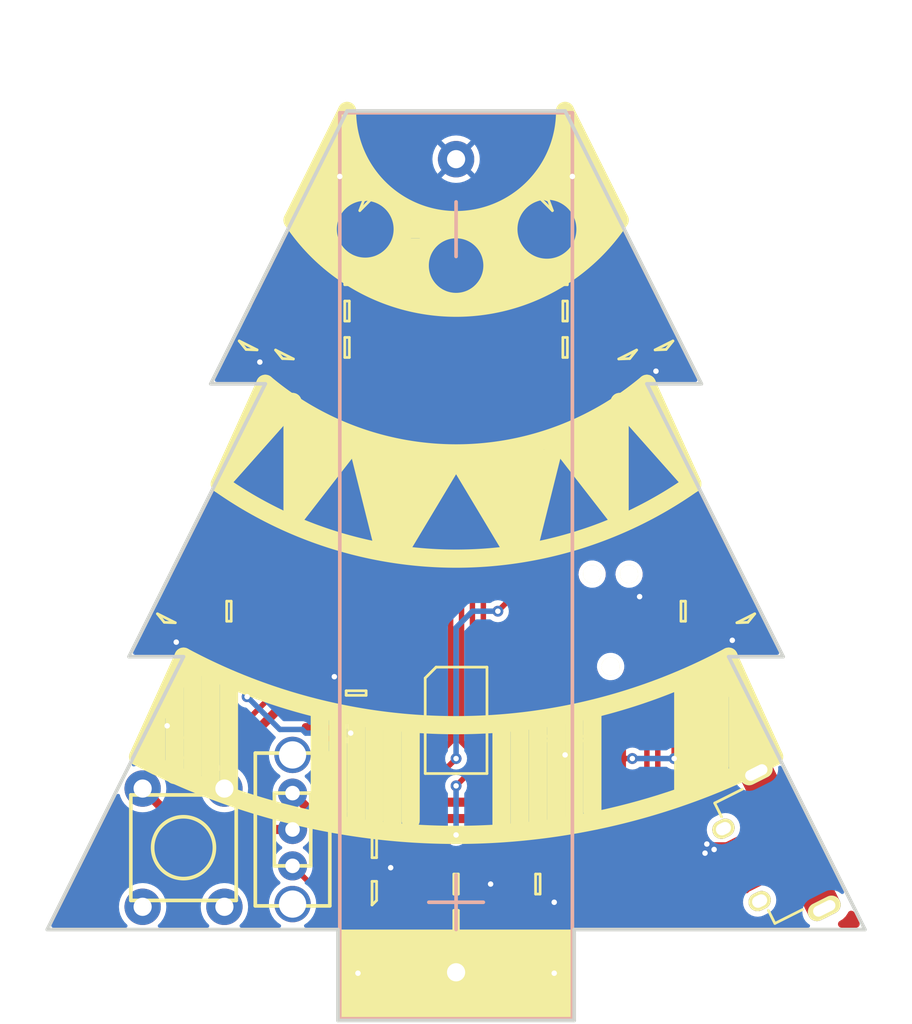
<source format=kicad_pcb>
(kicad_pcb (version 20221018) (generator pcbnew)
  (layers (0 "F.Cu" signal) (31 "B.Cu" signal) (34 "B.Paste" user) (35 "F.Paste" user) (36 "B.SilkS" user "B.Silkscreen") (37 "F.SilkS" user "F.Silkscreen") (38 "B.Mask" user) (39 "F.Mask" user) (44 "Edge.Cuts" user))
  (net 0 "")
  (net 1 "/SWCLK")
  (net 2 "/SWDIO")
  (net 3 "/USB_DP")
  (net 4 "/USB_DM")
  (net 5 "3v3")
  (net 6 "GND")
  (net 7 "/LED8")
  (net 8 "/LED7")
  (net 9 "/LED6")
  (net 10 "/USB_DETECT")
  (net 11 "/LED5")
  (net 12 "/LED4")
  (net 13 "/LED3")
  (net 14 "/LED2")
  (net 15 "/LED1")
  (net 16 "Net-(IC1-Pad4)")
  (net 17 "Net-(IC1-Pad3)")
  (net 18 "Net-(IC1-Pad2)")
  (net 19 "/SWITCH")
  (net 20 "Net-(P1-Pad6)")
  (net 21 "Net-(P1-Pad3)")
  (net 22 "5v")
  (net 23 "/USB_3V3")
  (net 24 "/VBATT")
  (net 25 "Net-(IC3-Pad5)")
  (net 26 "/BATT_3V3")
  (net 27 "Net-(J2-PadS)")
  (net 28 "Net-(J2-Pad4)")
  (net 29 "Net-(D4-Pad2)")
  (net 30 "Net-(D1-Pad2)")
  (net 31 "Net-(D2-Pad2)")
  (net 32 "Net-(D5-Pad2)")
  (net 33 "Net-(D6-Pad2)")
  (net 34 "Net-(D7-Pad2)")
  (net 35 "Net-(D8-Pad2)")
  (net 36 "Net-(D3-Pad2)")
  (footprint "agg:TSSOP-20" (layer "F.Cu") (at 130 118.5)
    (fp_text reference "IC1")
    (fp_text value "STM32F042F6P6")
    (pad "1" smd rect (at -2.875 -2.925) (size 1.35 0.45) (layers "F.Cu" "F.Paste" "F.Mask") (net 19 "/SWITCH"))
    (pad "2" smd rect (at -2.875 -2.275) (size 1.35 0.45) (layers "F.Cu" "F.Paste" "F.Mask") (net 18 "Net-(IC1-Pad2)"))
    (pad "3" smd rect (at -2.875 -1.625) (size 1.35 0.45) (layers "F.Cu" "F.Paste" "F.Mask") (net 17 "Net-(IC1-Pad3)"))
    (pad "4" smd rect (at -2.875 -0.975) (size 1.35 0.45) (layers "F.Cu" "F.Paste" "F.Mask") (net 16 "Net-(IC1-Pad4)"))
    (pad "5" smd rect (at -2.875 -0.325) (size 1.35 0.45) (layers "F.Cu" "F.Paste" "F.Mask") (net 5 "3v3"))
    (pad "6" smd rect (at -2.875 0.325) (size 1.35 0.45) (layers "F.Cu" "F.Paste" "F.Mask") (net 15 "/LED1"))
    (pad "7" smd rect (at -2.875 0.975) (size 1.35 0.45) (layers "F.Cu" "F.Paste" "F.Mask") (net 14 "/LED2"))
    (pad "8" smd rect (at -2.875 1.625) (size 1.35 0.45) (layers "F.Cu" "F.Paste" "F.Mask") (net 13 "/LED3"))
    (pad "9" smd rect (at -2.875 2.275) (size 1.35 0.45) (layers "F.Cu" "F.Paste" "F.Mask") (net 12 "/LED4"))
    (pad "10" smd rect (at -2.875 2.925) (size 1.35 0.45) (layers "F.Cu" "F.Paste" "F.Mask") (net 11 "/LED5"))
    (pad "11" smd rect (at 2.875 2.925) (size 1.35 0.45) (layers "F.Cu" "F.Paste" "F.Mask") (net 10 "/USB_DETECT"))
    (pad "12" smd rect (at 2.875 2.275) (size 1.35 0.45) (layers "F.Cu" "F.Paste" "F.Mask") (net 9 "/LED6"))
    (pad "13" smd rect (at 2.875 1.625) (size 1.35 0.45) (layers "F.Cu" "F.Paste" "F.Mask") (net 8 "/LED7"))
    (pad "14" smd rect (at 2.875 0.975) (size 1.35 0.45) (layers "F.Cu" "F.Paste" "F.Mask") (net 7 "/LED8"))
    (pad "15" smd rect (at 2.875 0.325) (size 1.35 0.45) (layers "F.Cu" "F.Paste" "F.Mask") (net 6 "GND"))
    (pad "16" smd rect (at 2.875 -0.325) (size 1.35 0.45) (layers "F.Cu" "F.Paste" "F.Mask") (net 5 "3v3"))
    (pad "17" smd rect (at 2.875 -0.975) (size 1.35 0.45) (layers "F.Cu" "F.Paste" "F.Mask") (net 4 "/USB_DM"))
    (pad "18" smd rect (at 2.875 -1.625) (size 1.35 0.45) (layers "F.Cu" "F.Paste" "F.Mask") (net 3 "/USB_DP"))
    (pad "19" smd rect (at 2.875 -2.275) (size 1.35 0.45) (layers "F.Cu" "F.Paste" "F.Mask") (net 2 "/SWDIO"))
    (pad "20" smd rect (at 2.875 -2.925) (size 1.35 0.45) (layers "F.Cu" "F.Paste" "F.Mask") (net 1 "/SWCLK"))
  )
  (footprint "agg:TC2030-NL" (layer "F.Cu") (at 138.5 113 90)
    (fp_text reference "P1")
    (fp_text value "SWD_TC")
    (pad "" np_thru_hole circle (at -2.54 0.005 90) (size 1 1) (drill 1) (layers "*.Cu" "*.Mask" "F.SilkS"))
    (pad "" np_thru_hole circle (at 2.54 -1.011 90) (size 1 1) (drill 1) (layers "*.Cu" "*.Mask" "F.SilkS"))
    (pad "" np_thru_hole circle (at 2.54 1.021 90) (size 1 1) (drill 1) (layers "*.Cu" "*.Mask" "F.SilkS"))
    (pad "1" smd circle (at -1.27 0.64 90) (size 0.787 0.787) (layers "F.Cu" "F.Mask") (net 5 "3v3"))
    (pad "2" smd circle (at -1.27 -0.63 90) (size 0.787 0.787) (layers "F.Cu" "F.Mask") (net 2 "/SWDIO"))
    (pad "3" smd circle (at 0 0.64 90) (size 0.787 0.787) (layers "F.Cu" "F.Mask") (net 21 "Net-(P1-Pad3)"))
    (pad "4" smd circle (at 0 -0.63 90) (size 0.787 0.787) (layers "F.Cu" "F.Mask") (net 1 "/SWCLK"))
    (pad "5" smd circle (at 1.27 0.64 90) (size 0.787 0.787) (layers "F.Cu" "F.Mask") (net 6 "GND"))
    (pad "6" smd circle (at 1.27 -0.63 90) (size 0.787 0.787) (layers "F.Cu" "F.Mask") (net 20 "Net-(P1-Pad6)"))
  )
  (footprint "agg:SOT-23" (layer "F.Cu") (at 134.5 130.5 -90)
    (fp_text reference "IC2")
    (fp_text value "MCP1700")
    (pad "1" smd rect (at -1.15 -0.95 270) (size 1 0.6) (layers "F.Cu" "F.Paste" "F.Mask") (net 6 "GND"))
    (pad "2" smd rect (at -1.15 0.95 270) (size 1 0.6) (layers "F.Cu" "F.Paste" "F.Mask") (net 23 "/USB_3V3"))
    (pad "3" smd rect (at 1.15 0 270) (size 1 0.6) (layers "F.Cu" "F.Paste" "F.Mask") (net 22 "5v"))
  )
  (footprint "agg:SC-70-6" (layer "F.Cu") (at 125.5 128 180)
    (fp_text reference "IC3")
    (fp_text value "TLV61225")
    (pad "1" smd rect (at -1.1 -0.65 180) (size 0.95 0.4) (layers "F.Cu" "F.Paste" "F.Mask") (net 24 "/VBATT"))
    (pad "2" smd rect (at -1.1 0 180) (size 0.95 0.4) (layers "F.Cu" "F.Paste" "F.Mask") (net 26 "/BATT_3V3"))
    (pad "3" smd rect (at -1.1 0.65 180) (size 0.95 0.4) (layers "F.Cu" "F.Paste" "F.Mask") (net 6 "GND"))
    (pad "4" smd rect (at 1.1 0.65 180) (size 0.95 0.4) (layers "F.Cu" "F.Paste" "F.Mask") (net 26 "/BATT_3V3"))
    (pad "5" smd rect (at 1.1 0 180) (size 0.95 0.4) (layers "F.Cu" "F.Paste" "F.Mask") (net 25 "Net-(IC3-Pad5)"))
    (pad "6" smd rect (at 1.1 -0.65 180) (size 0.95 0.4) (layers "F.Cu" "F.Paste" "F.Mask") (net 24 "/VBATT"))
  )
  (footprint "agg:MICROUSB_MOLEX_47589-0001" (layer "F.Cu") (at 148.391863 125.102244 116.6)
    (fp_text reference "J2")
    (fp_text value "MICROUSB")
    (pad "" thru_hole oval (at -4.175 0 116.6) (size 1 1.9) (drill oval 0.6 1.3) (layers "*.Cu" "*.Mask" "F.SilkS"))
    (pad "" smd rect (at -3.3875 0 116.6) (size 1.575 1.9) (layers "F.Cu" "F.Paste" "F.Mask"))
    (pad "" thru_hole oval (at -2.224999 -3 116.6) (size 1 1.25) (drill oval 0.65 0.85) (layers "*.Cu" "*.Mask" "F.SilkS"))
    (pad "" smd rect (at -1.15 0 116.6) (size 1.8 1.9) (layers "F.Cu" "F.Paste" "F.Mask"))
    (pad "" smd rect (at 1.15 0 116.6) (size 1.8 1.9) (layers "F.Cu" "F.Paste" "F.Mask"))
    (pad "" smd rect (at 3.3875 0 116.6) (size 1.575 1.9) (layers "F.Cu" "F.Paste" "F.Mask"))
    (pad "" thru_hole oval (at 4.175 0 116.6) (size 1 1.9) (drill oval 0.6 1.3) (layers "*.Cu" "*.Mask" "F.SilkS"))
    (pad "1" smd rect (at -1.3 -2.675 116.6) (size 0.4 1.35) (layers "F.Cu" "F.Paste" "F.Mask") (net 22 "5v"))
    (pad "2" smd rect (at -0.65 -2.675 116.6) (size 0.4 1.35) (layers "F.Cu" "F.Paste" "F.Mask") (net 4 "/USB_DM"))
    (pad "3" smd rect (at 0 -2.675001 116.6) (size 0.4 1.35) (layers "F.Cu" "F.Paste" "F.Mask") (net 3 "/USB_DP"))
    (pad "4" smd rect (at 0.65 -2.675 116.6) (size 0.4 1.35) (layers "F.Cu" "F.Paste" "F.Mask") (net 28 "Net-(J2-Pad4)"))
    (pad "5" smd rect (at 1.3 -2.675 116.6) (size 0.4 1.35) (layers "F.Cu" "F.Paste" "F.Mask") (net 6 "GND"))
    (pad "S" thru_hole oval (at 2.225 -3 116.6) (size 1 1.25) (drill oval 0.65 0.85) (layers "*.Cu" "*.Mask" "F.SilkS") (net 27 "Net-(J2-PadS)"))
  )
  (footprint "agg:2016M" (layer "F.Cu") (at 125.5 131 180)
    (fp_text reference "L1")
    (fp_text value "4µ7")
    (pad "1" smd rect (at -0.75 0 180) (size 0.8 1.7) (layers "F.Cu" "F.Paste" "F.Mask") (net 24 "/VBATT"))
    (pad "2" smd rect (at 0.75 0 180) (size 0.8 1.7) (layers "F.Cu" "F.Paste" "F.Mask") (net 25 "Net-(IC3-Pad5)"))
  )
  (footprint "agg:0805-LED" (layer "F.Cu") (at 125 90 -45)
    (fp_text reference "D4")
    (fp_text value "LED")
    (pad "1" smd rect (at -0.9 0 315) (size 1.15 1.45) (layers "F.Cu" "F.Paste" "F.Mask") (net 6 "GND"))
    (pad "2" smd rect (at 0.9 0 315) (size 1.15 1.45) (layers "F.Cu" "F.Paste" "F.Mask") (net 29 "Net-(D4-Pad2)"))
  )
  (footprint "agg:0805-LED" (layer "F.Cu") (at 114 113 63.4)
    (fp_text reference "D1")
    (fp_text value "LED")
    (pad "1" smd rect (at -0.9 0 63.4) (size 1.15 1.45) (layers "F.Cu" "F.Paste" "F.Mask") (net 6 "GND"))
    (pad "2" smd rect (at 0.9 0 63.4) (size 1.15 1.45) (layers "F.Cu" "F.Paste" "F.Mask") (net 30 "Net-(D1-Pad2)"))
  )
  (footprint "agg:0805-LED" (layer "F.Cu") (at 120.5 98.5 63.4)
    (fp_text reference "D2")
    (fp_text value "LED")
    (pad "1" smd rect (at -0.9 0 63.4) (size 1.15 1.45) (layers "F.Cu" "F.Paste" "F.Mask") (net 6 "GND"))
    (pad "2" smd rect (at 0.9 0 63.4) (size 1.15 1.45) (layers "F.Cu" "F.Paste" "F.Mask") (net 31 "Net-(D2-Pad2)"))
  )
  (footprint "agg:0805-LED" (layer "F.Cu") (at 146 113 116.6)
    (fp_text reference "D5")
    (fp_text value "LED")
    (pad "1" smd rect (at -0.9 0 116.6) (size 1.15 1.45) (layers "F.Cu" "F.Paste" "F.Mask") (net 6 "GND"))
    (pad "2" smd rect (at 0.9 0 116.6) (size 1.15 1.45) (layers "F.Cu" "F.Paste" "F.Mask") (net 32 "Net-(D5-Pad2)"))
  )
  (footprint "agg:0805-LED" (layer "F.Cu") (at 135 90 -135)
    (fp_text reference "D6")
    (fp_text value "LED")
    (pad "1" smd rect (at -0.9 0 225) (size 1.15 1.45) (layers "F.Cu" "F.Paste" "F.Mask") (net 6 "GND"))
    (pad "2" smd rect (at 0.9 0 225) (size 1.15 1.45) (layers "F.Cu" "F.Paste" "F.Mask") (net 33 "Net-(D6-Pad2)"))
  )
  (footprint "agg:0805-LED" (layer "F.Cu") (at 141.5 98 116.6)
    (fp_text reference "D7")
    (fp_text value "LED")
    (pad "1" smd rect (at -0.9 0 116.6) (size 1.15 1.45) (layers "F.Cu" "F.Paste" "F.Mask") (net 6 "GND"))
    (pad "2" smd rect (at 0.9 0 116.6) (size 1.15 1.45) (layers "F.Cu" "F.Paste" "F.Mask") (net 34 "Net-(D7-Pad2)"))
  )
  (footprint "agg:0805-LED" (layer "F.Cu") (at 139.5 98.5 116.6)
    (fp_text reference "D8")
    (fp_text value "LED")
    (pad "1" smd rect (at -0.9 0 116.6) (size 1.15 1.45) (layers "F.Cu" "F.Paste" "F.Mask") (net 6 "GND"))
    (pad "2" smd rect (at 0.9 0 116.6) (size 1.15 1.45) (layers "F.Cu" "F.Paste" "F.Mask") (net 35 "Net-(D8-Pad2)"))
  )
  (footprint "agg:0805-LED" (layer "F.Cu") (at 118.5 98 63.4)
    (fp_text reference "D3")
    (fp_text value "LED")
    (pad "1" smd rect (at -0.9 0 63.4) (size 1.15 1.45) (layers "F.Cu" "F.Paste" "F.Mask") (net 6 "GND"))
    (pad "2" smd rect (at 0.9 0 63.4) (size 1.15 1.45) (layers "F.Cu" "F.Paste" "F.Mask") (net 36 "Net-(D3-Pad2)"))
  )
  (footprint "agg:0805" (layer "F.Cu") (at 135 119.5 90)
    (fp_text reference "C2")
    (fp_text value "100n")
    (pad "1" smd rect (at -0.9 0 90) (size 1.15 1.45) (layers "F.Cu" "F.Paste" "F.Mask") (net 6 "GND"))
    (pad "2" smd rect (at 0.9 0 90) (size 1.15 1.45) (layers "F.Cu" "F.Paste" "F.Mask") (net 5 "3v3"))
  )
  (footprint "agg:0805" (layer "F.Cu") (at 137 119.5 90)
    (fp_text reference "C1")
    (fp_text value "10µ")
    (pad "1" smd rect (at -0.9 0 90) (size 1.15 1.45) (layers "F.Cu" "F.Paste" "F.Mask") (net 6 "GND"))
    (pad "2" smd rect (at 0.9 0 90) (size 1.15 1.45) (layers "F.Cu" "F.Paste" "F.Mask") (net 5 "3v3"))
  )
  (footprint "agg:0805" (layer "F.Cu") (at 124.5 117 -90)
    (fp_text reference "C3")
    (fp_text value "100n")
    (pad "1" smd rect (at -0.9 0 270) (size 1.15 1.45) (layers "F.Cu" "F.Paste" "F.Mask") (net 6 "GND"))
    (pad "2" smd rect (at 0.9 0 270) (size 1.15 1.45) (layers "F.Cu" "F.Paste" "F.Mask") (net 5 "3v3"))
  )
  (footprint "agg:0805" (layer "F.Cu") (at 125.5 133.5 180)
    (fp_text reference "C4")
    (fp_text value "10µ")
    (pad "1" smd rect (at -0.9 0 180) (size 1.15 1.45) (layers "F.Cu" "F.Paste" "F.Mask") (net 24 "/VBATT"))
    (pad "2" smd rect (at 0.9 0 180) (size 1.15 1.45) (layers "F.Cu" "F.Paste" "F.Mask") (net 6 "GND"))
  )
  (footprint "agg:0805" (layer "F.Cu") (at 134.5 133.5)
    (fp_text reference "C5")
    (fp_text value "1µ")
    (pad "1" smd rect (at -0.9 0) (size 1.15 1.45) (layers "F.Cu" "F.Paste" "F.Mask") (net 22 "5v"))
    (pad "2" smd rect (at 0.9 0) (size 1.15 1.45) (layers "F.Cu" "F.Paste" "F.Mask") (net 6 "GND"))
  )
  (footprint "agg:0805" (layer "F.Cu") (at 134.5 127.5)
    (fp_text reference "C6")
    (fp_text value "1µ")
    (pad "1" smd rect (at -0.9 0) (size 1.15 1.45) (layers "F.Cu" "F.Paste" "F.Mask") (net 23 "/USB_3V3"))
    (pad "2" smd rect (at 0.9 0) (size 1.15 1.45) (layers "F.Cu" "F.Paste" "F.Mask") (net 6 "GND"))
  )
  (footprint "agg:0805" (layer "F.Cu") (at 125.5 125.5)
    (fp_text reference "C7")
    (fp_text value "10µ")
    (pad "1" smd rect (at -0.9 0) (size 1.15 1.45) (layers "F.Cu" "F.Paste" "F.Mask") (net 26 "/BATT_3V3"))
    (pad "2" smd rect (at 0.9 0) (size 1.15 1.45) (layers "F.Cu" "F.Paste" "F.Mask") (net 6 "GND"))
  )
  (footprint "agg:0805" (layer "F.Cu") (at 115 120 180)
    (fp_text reference "R1")
    (fp_text value "10k")
    (pad "1" smd rect (at -0.9 0 180) (size 1.15 1.45) (layers "F.Cu" "F.Paste" "F.Mask") (net 19 "/SWITCH"))
    (pad "2" smd rect (at 0.9 0 180) (size 1.15 1.45) (layers "F.Cu" "F.Paste" "F.Mask") (net 6 "GND"))
  )
  (footprint "agg:0805" (layer "F.Cu") (at 130 129.5 180)
    (fp_text reference "R2")
    (fp_text value "10k")
    (pad "1" smd rect (at -0.9 0 180) (size 1.15 1.45) (layers "F.Cu" "F.Paste" "F.Mask") (net 22 "5v"))
    (pad "2" smd rect (at 0.9 0 180) (size 1.15 1.45) (layers "F.Cu" "F.Paste" "F.Mask") (net 10 "/USB_DETECT"))
  )
  (footprint "agg:0805" (layer "F.Cu") (at 136 98)
    (fp_text reference "R11")
    (fp_text value "R")
    (pad "1" smd rect (at -0.9 0) (size 1.15 1.45) (layers "F.Cu" "F.Paste" "F.Mask") (net 7 "/LED8"))
    (pad "2" smd rect (at 0.9 0) (size 1.15 1.45) (layers "F.Cu" "F.Paste" "F.Mask") (net 35 "Net-(D8-Pad2)"))
  )
  (footprint "agg:0805" (layer "F.Cu") (at 136 96)
    (fp_text reference "R10")
    (fp_text value "R")
    (pad "1" smd rect (at -0.9 0) (size 1.15 1.45) (layers "F.Cu" "F.Paste" "F.Mask") (net 8 "/LED7"))
    (pad "2" smd rect (at 0.9 0) (size 1.15 1.45) (layers "F.Cu" "F.Paste" "F.Mask") (net 34 "Net-(D7-Pad2)"))
  )
  (footprint "agg:0805" (layer "F.Cu") (at 136 94)
    (fp_text reference "R9")
    (fp_text value "R")
    (pad "1" smd rect (at -0.9 0) (size 1.15 1.45) (layers "F.Cu" "F.Paste" "F.Mask") (net 9 "/LED6"))
    (pad "2" smd rect (at 0.9 0) (size 1.15 1.45) (layers "F.Cu" "F.Paste" "F.Mask") (net 33 "Net-(D6-Pad2)"))
  )
  (footprint "agg:0805" (layer "F.Cu") (at 142.5 112.5)
    (fp_text reference "R8")
    (fp_text value "R")
    (pad "1" smd rect (at -0.9 0) (size 1.15 1.45) (layers "F.Cu" "F.Paste" "F.Mask") (net 11 "/LED5"))
    (pad "2" smd rect (at 0.9 0) (size 1.15 1.45) (layers "F.Cu" "F.Paste" "F.Mask") (net 32 "Net-(D5-Pad2)"))
  )
  (footprint "agg:0805" (layer "F.Cu") (at 124 94 180)
    (fp_text reference "R7")
    (fp_text value "R")
    (pad "1" smd rect (at -0.9 0 180) (size 1.15 1.45) (layers "F.Cu" "F.Paste" "F.Mask") (net 12 "/LED4"))
    (pad "2" smd rect (at 0.9 0 180) (size 1.15 1.45) (layers "F.Cu" "F.Paste" "F.Mask") (net 29 "Net-(D4-Pad2)"))
  )
  (footprint "agg:0805" (layer "F.Cu") (at 124 96 180)
    (fp_text reference "R6")
    (fp_text value "R")
    (pad "1" smd rect (at -0.9 0 180) (size 1.15 1.45) (layers "F.Cu" "F.Paste" "F.Mask") (net 13 "/LED3"))
    (pad "2" smd rect (at 0.9 0 180) (size 1.15 1.45) (layers "F.Cu" "F.Paste" "F.Mask") (net 36 "Net-(D3-Pad2)"))
  )
  (footprint "agg:0805" (layer "F.Cu") (at 117.5 112.5 180)
    (fp_text reference "R4")
    (fp_text value "R")
    (pad "1" smd rect (at -0.9 0 180) (size 1.15 1.45) (layers "F.Cu" "F.Paste" "F.Mask") (net 15 "/LED1"))
    (pad "2" smd rect (at 0.9 0 180) (size 1.15 1.45) (layers "F.Cu" "F.Paste" "F.Mask") (net 30 "Net-(D1-Pad2)"))
  )
  (footprint "agg:0805" (layer "F.Cu") (at 124 98 180)
    (fp_text reference "R5")
    (fp_text value "R")
    (pad "1" smd rect (at -0.9 0 180) (size 1.15 1.45) (layers "F.Cu" "F.Paste" "F.Mask") (net 14 "/LED2"))
    (pad "2" smd rect (at 0.9 0 180) (size 1.15 1.45) (layers "F.Cu" "F.Paste" "F.Mask") (net 31 "Net-(D2-Pad2)"))
  )
  (footprint "agg:0805" (layer "F.Cu") (at 130 127.5)
    (fp_text reference "R3")
    (fp_text value "10k")
    (pad "1" smd rect (at -0.9 0) (size 1.15 1.45) (layers "F.Cu" "F.Paste" "F.Mask") (net 10 "/USB_DETECT"))
    (pad "2" smd rect (at 0.9 0) (size 1.15 1.45) (layers "F.Cu" "F.Paste" "F.Mask") (net 6 "GND"))
  )
  (footprint "agg:SPDT_SWITCH" (layer "F.Cu") (at 121 124.5 90)
    (fp_text reference "SW2")
    (fp_text value "PWR_SWITCH")
    (pad "" thru_hole circle (at -4.1 0 90) (size 2 2) (drill 1.5) (layers "*.Cu" "*.Mask"))
    (pad "" thru_hole circle (at 4.1 0 90) (size 2 2) (drill 1.5) (layers "*.Cu" "*.Mask"))
    (pad "1" thru_hole circle (at -2 0 90) (size 1.6 1.6) (drill 0.8) (layers "*.Cu" "*.Mask") (net 26 "/BATT_3V3"))
    (pad "2" thru_hole circle (at 0 0 90) (size 1.6 1.6) (drill 0.8) (layers "*.Cu" "*.Mask") (net 5 "3v3"))
    (pad "3" thru_hole circle (at 2 0 90) (size 1.6 1.6) (drill 0.8) (layers "*.Cu" "*.Mask") (net 23 "/USB_3V3"))
  )
  (footprint "agg:MOM_SWITCH" (layer "F.Cu") (at 115 125.5 90)
    (fp_text reference "SW1")
    (fp_text value "BOOTLOAD")
    (pad "" thru_hole circle (at -3.25 -2.25 90) (size 2 2) (drill 1) (layers "*.Cu" "*.Mask"))
    (pad "" thru_hole circle (at -3.25 2.25 90) (size 2 2) (drill 1) (layers "*.Cu" "*.Mask"))
    (pad "1" thru_hole circle (at 3.25 -2.25 90) (size 2 2) (drill 1) (layers "*.Cu" "*.Mask") (net 5 "3v3"))
    (pad "2" thru_hole circle (at 3.25 2.25 90) (size 2 2) (drill 1) (layers "*.Cu" "*.Mask") (net 19 "/SWITCH"))
  )
  (footprint "agg:AAA_HOLDER" (layer "B.Cu") (at 130 110 -90)
    (fp_text reference "J1")
    (fp_text value "BATT")
    (pad "1" thru_hole circle locked (at -22.35 0 270) (size 2 2) (drill 1) (layers "*.Cu" "*.Mask") (net 6 "GND"))
    (pad "2" thru_hole circle locked (at 22.35 0 270) (size 2 2) (drill 1) (layers "*.Cu" "*.Mask") (net 24 "/VBATT"))
  )
  (gr_line (start 128 93.5) (end 126.5 93.5) (stroke (width 1)) (layer "F.SilkS"))
  (gr_line (start 122 102.5) (end 122.5 105) (stroke (width 1)) (layer "F.SilkS"))
  (gr_line (start 139 107.5) (end 139 101) (stroke (width 1)) (layer "F.SilkS"))
  (gr_line (start 143 105.5) (end 140.5 100) (stroke (width 1)) (layer "F.SilkS"))
  (gr_line (start 134 104.5) (end 133 105) (stroke (width 1)) (layer "F.SilkS"))
  (gr_line (start 132 95) (end 135 94) (stroke (width 1)) (layer "F.SilkS"))
  (gr_line (start 122.5 102.5) (end 123 103.5) (stroke (width 1)) (layer "F.SilkS"))
  (gr_line (start 143.5 116.5) (end 143.5 121.5) (stroke (width 1)) (layer "F.SilkS"))
  (gr_line (start 132.5 91.5) (end 131.5 91.5) (stroke (width 1)) (layer "F.SilkS"))
  (gr_line (start 146 119) (end 146 120.5) (stroke (width 1)) (layer "F.SilkS"))
  (gr_line (start 130 104) (end 134 109) (stroke (width 1)) (layer "F.SilkS"))
  (gr_line (start 125.5 103.5) (end 126.5 107.5) (stroke (width 1)) (layer "F.SilkS"))
  (gr_line (start 136 85) (end 139 91) (stroke (width 1)) (layer "F.SilkS"))
  (gr_line (start 123.5 118.5) (end 123.5 123.5) (stroke (width 1)) (layer "F.SilkS"))
  (gr_line (start 138 104) (end 138 103) (stroke (width 1)) (layer "F.SilkS"))
  (gr_line (start 122.5 92) (end 122 91) (stroke (width 1)) (layer "F.SilkS"))
  (gr_line (start 145.5 121) (end 145.5 117) (stroke (width 1)) (layer "F.SilkS"))
  (gr_line (start 138.5 106) (end 138.5 102.5) (stroke (width 1)) (layer "F.SilkS"))
  (gr_line (start 130 104) (end 133 109) (stroke (width 1)) (layer "F.SilkS"))
  (gr_line (start 123 103.5) (end 123.5 103) (stroke (width 1)) (layer "F.SilkS"))
  (gr_line (start 127 95) (end 128 95) (stroke (width 1)) (layer "F.SilkS"))
  (gr_line (start 123.5 123.5) (end 123.5 124) (stroke (width 1)) (layer "F.SilkS"))
  (gr_line (start 142.5 116.5) (end 142.5 122.5) (stroke (width 1)) (layer "F.SilkS"))
  (gr_line (start 122.5 118) (end 122.5 123.5) (stroke (width 1)) (layer "F.SilkS"))
  (gr_line (start 118.5 103) (end 120 101) (stroke (width 1)) (layer "F.SilkS"))
  (gr_line (start 137.5 92) (end 138 91) (stroke (width 1)) (layer "F.SilkS"))
  (gr_line (start 117.5 116.5) (end 117.5 122.5) (stroke (width 1)) (layer "F.SilkS"))
  (gr_line (start 128.5 91.5) (end 127.5 91.5) (stroke (width 1)) (layer "F.SilkS"))
  (gr_line (start 125.5 94) (end 127.5 94) (stroke (width 1)) (layer "F.SilkS"))
  (gr_line (start 129 104.5) (end 126 104) (stroke (width 1)) (layer "F.SilkS"))
  (gr_line (start 124.5 89) (end 123.5 88.5) (stroke (width 1)) (layer "F.SilkS"))
  (gr_line (start 131.5 91.5) (end 132 92) (stroke (width 1)) (layer "F.SilkS"))
  (gr_line (start 121 107.5) (end 121 101) (stroke (width 1)) (layer "F.SilkS"))
  (gr_line (start 144 116) (end 144 121.5) (stroke (width 1)) (layer "F.SilkS"))
  (gr_line (start 132.5 119) (end 132.5 124.5) (stroke (width 1)) (layer "F.SilkS"))
  (gr_line (start 121.5 102) (end 121.5 106) (stroke (width 1)) (layer "F.SilkS"))
  (gr_line (start 126 94.5) (end 128 94.5) (stroke (width 1)) (layer "F.SilkS"))
  (gr_line (start 114.5 116.5) (end 115 116) (stroke (width 1)) (layer "F.SilkS"))
  (gr_line (start 134.5 104) (end 131.5 104.5) (stroke (width 1)) (layer "F.SilkS"))
  (gr_line (start 127 106.5) (end 128 105) (stroke (width 1)) (layer "F.SilkS"))
  (gr_line (start 127.5 119) (end 127.5 124) (stroke (width 1)) (layer "F.SilkS"))
  (gr_line (start 135.5 103) (end 139 107.5) (stroke (width 1)) (layer "F.SilkS"))
  (gr_arc (start 136 85) (mid 130 91) (end 124 85) (stroke (width 1)) (layer "F.SilkS"))
  (gr_line (start 114.5 121.5) (end 114.5 116.5) (stroke (width 1)) (layer "F.SilkS"))
  (gr_line (start 135 89) (end 137 89.5) (stroke (width 1)) (layer "F.SilkS"))
  (gr_line (start 128 93) (end 127 93) (stroke (width 1)) (layer "F.SilkS"))
  (gr_line (start 139 101) (end 143 105.5) (stroke (width 1)) (layer "F.SilkS"))
  (gr_arc (start 140.5 100) (mid 130 103.824828) (end 119.5 100) (stroke (width 1)) (layer "F.SilkS"))
  (gr_line (start 136.5 124) (end 136.5 118.5) (stroke (width 1)) (layer "F.SilkS"))
  (gr_line (start 126 109) (end 124.5 103) (stroke (width 1)) (layer "F.SilkS"))
  (gr_line (start 136 87) (end 135 89) (stroke (width 1)) (layer "F.SilkS"))
  (gr_line (start 130 104) (end 126 109) (stroke (width 1)) (layer "F.SilkS"))
  (gr_line (start 126.5 107.5) (end 129 104.5) (stroke (width 1)) (layer "F.SilkS"))
  (gr_line (start 124.5 118.5) (end 124.5 124) (stroke (width 1)) (layer "F.SilkS"))
  (gr_line (start 132.5 94) (end 133 93.5) (stroke (width 1)) (layer "F.SilkS"))
  (gr_line (start 130 104) (end 127 109) (stroke (width 1)) (layer "F.SilkS"))
  (gr_line (start 133.5 106) (end 134 104.5) (stroke (width 1)) (layer "F.SilkS"))
  (gr_line (start 126.5 124.5) (end 126.5 119) (stroke (width 1)) (layer "F.SilkS"))
  (gr_line (start 128 105) (end 127 105) (stroke (width 1)) (layer "F.SilkS"))
  (gr_line (start 124 87) (end 124.5 89) (stroke (width 1)) (layer "F.SilkS"))
  (gr_line (start 143 122) (end 143 116.5) (stroke (width 1)) (layer "F.SilkS"))
  (gr_line (start 128 92.5) (end 127.5 92.5) (stroke (width 1)) (layer "F.SilkS"))
  (gr_line (start 117 105.5) (end 119.5 100) (stroke (width 1)) (layer "F.SilkS"))
  (gr_line (start 123.5 88.5) (end 123.5 89.5) (stroke (width 1)) (layer "F.SilkS"))
  (gr_circle (center 135 91.5) (end 136.5 93) (stroke (width 1)) (fill none) (layer "F.SilkS"))
  (gr_line (start 138 91) (end 136 87) (stroke (width 1)) (layer "F.SilkS"))
  (gr_line (start 145 115) (end 147.5 120.5) (stroke (width 1)) (layer "F.SilkS"))
  (gr_arc (start 143 105.5) (mid 130 109.610838) (end 117 105.5) (stroke (width 1)) (layer "F.SilkS"))
  (gr_line (start 135.5 118.5) (end 135.5 124) (stroke (width 1)) (layer "F.SilkS"))
  (gr_line (start 138.5 102.5) (end 137 103) (stroke (width 1)) (layer "F.SilkS"))
  (gr_line (start 137.5 118) (end 137.5 123.5) (stroke (width 1)) (layer "F.SilkS"))
  (gr_line (start 116.5 122) (end 116.5 116) (stroke (width 1)) (layer "F.SilkS"))
  (gr_line (start 134 107.5) (end 134.5 104) (stroke (width 1)) (layer "F.SilkS"))
  (gr_line (start 126 104) (end 127 106.5) (stroke (width 1)) (layer "F.SilkS"))
  (gr_line (start 121.5 106) (end 122 102.5) (stroke (width 1)) (layer "F.SilkS"))
  (gr_line (start 133.5 119) (end 133.5 124.5) (stroke (width 1)) (layer "F.SilkS"))
  (gr_line (start 134.5 124.5) (end 134.5 118.5) (stroke (width 1)) (layer "F.SilkS"))
  (gr_line (start 122 91) (end 124 87) (stroke (width 1)) (layer "F.SilkS"))
  (gr_line (start 125.5 118.5) (end 125.5 124) (stroke (width 1)) (layer "F.SilkS"))
  (gr_line (start 146 118.5) (end 147 120.5) (stroke (width 1)) (layer "F.SilkS"))
  (gr_line (start 132.5 94.5) (end 133.5 94) (stroke (width 1)) (layer "F.SilkS"))
  (gr_line (start 122.5 105) (end 122.5 102.5) (stroke (width 1)) (layer "F.SilkS"))
  (gr_line (start 136.5 103) (end 138.5 106) (stroke (width 1)) (layer "F.SilkS"))
  (gr_circle (center 130 93.5) (end 130 91.5) (stroke (width 1)) (fill none) (layer "F.SilkS"))
  (gr_line (start 137 103) (end 138 104) (stroke (width 1)) (layer "F.SilkS"))
  (gr_line (start 145.5 117) (end 145 116.5) (stroke (width 1)) (layer "F.SilkS"))
  (gr_arc (start 147.5 120.5) (mid 130 124.795502) (end 112.5 120.5) (stroke (width 1)) (layer "F.SilkS"))
  (gr_line (start 113.5 118.5) (end 113.5 121) (stroke (width 1)) (layer "F.SilkS"))
  (gr_line (start 115.5 115.5) (end 115.5 121.5) (stroke (width 1)) (layer "F.SilkS"))
  (gr_arc (start 139 91) (mid 130 95.816654) (end 121 91) (stroke (width 1)) (layer "F.SilkS"))
  (gr_line (start 144.5 115.5) (end 144.5 121.5) (stroke (width 1)) (layer "F.SilkS"))
  (gr_line (start 121 101) (end 117 105.5) (stroke (width 1)) (layer "F.SilkS"))
  (gr_line (start 134 109) (end 135.5 103) (stroke (width 1)) (layer "F.SilkS"))
  (gr_line (start 112.5 120.5) (end 115 115) (stroke (width 1)) (layer "F.SilkS"))
  (gr_circle (center 125 91.5) (end 125.5 89.5) (stroke (width 1)) (fill none) (layer "F.SilkS"))
  (gr_line (start 141.5 103) (end 140 101) (stroke (width 1)) (layer "F.SilkS"))
  (gr_line (start 137 89.5) (end 136 88.5) (stroke (width 1)) (layer "F.SilkS"))
  (gr_line (start 121 91) (end 124 85) (stroke (width 1)) (layer "F.SilkS"))
  (gr_line (start 124.5 103) (end 121 107.5) (stroke (width 1)) (layer "F.SilkS"))
  (gr_line (start 123.5 103.5) (end 123 104) (stroke (width 1)) (layer "F.SilkS"))
  (gr_arc (start 145 115) (mid 130 118.76476) (end 115 115) (stroke (width 1)) (layer "F.SilkS"))
  (gr_line (start 133 93.5) (end 132.5 91.5) (stroke (width 1)) (layer "F.SilkS"))
  (gr_line (start 131.5 104.5) (end 133.5 106) (stroke (width 1)) (layer "F.SilkS"))
  (gr_line (start 131 104.5) (end 134 107.5) (stroke (width 1)) (layer "F.SilkS"))
  (gr_line (start 123.5 135) (end 123.5 130) (stroke (width 0.2)) (layer "Edge.Cuts"))
  (gr_line (start 119.5 100) (end 116.5 100) (stroke (width 0.2)) (layer "Edge.Cuts"))
  (gr_line (start 136 85) (end 143.5 100) (stroke (width 0.2)) (layer "Edge.Cuts"))
  (gr_line (start 112 115) (end 119.5 100) (stroke (width 0.2)) (layer "Edge.Cuts"))
  (gr_line (start 107.5 130) (end 115 115) (stroke (width 0.2)) (layer "Edge.Cuts"))
  (gr_line (start 116.5 100) (end 124 85) (stroke (width 0.2)) (layer "Edge.Cuts"))
  (gr_line (start 140.5 100) (end 148 115) (stroke (width 0.2)) (layer "Edge.Cuts"))
  (gr_line (start 148 115) (end 145 115) (stroke (width 0.2)) (layer "Edge.Cuts"))
  (gr_line (start 123.5 135) (end 136.5 135) (stroke (width 0.2)) (layer "Edge.Cuts"))
  (gr_line (start 136.5 135) (end 136.5 130) (stroke (width 0.2)) (layer "Edge.Cuts"))
  (gr_line (start 123.5 130) (end 107.5 130) (stroke (width 0.2)) (layer "Edge.Cuts"))
  (gr_line (start 152.5 130) (end 136.5 130) (stroke (width 0.2)) (layer "Edge.Cuts"))
  (gr_line (start 115 115) (end 112 115) (stroke (width 0.2)) (layer "Edge.Cuts"))
  (gr_line (start 145 115) (end 152.5 130) (stroke (width 0.2)) (layer "Edge.Cuts"))
  (gr_line (start 143.5 100) (end 140.5 100) (stroke (width 0.2)) (layer "Edge.Cuts"))
  (gr_line (start 124 85) (end 136 85) (stroke (width 0.2)) (layer "Edge.Cuts"))
  (segment (start 132.875 115.575) (end 135.295 115.575) (width 0.3) (layer "F.Cu") (net 1))
  (segment (start 135.295 115.575) (end 137.87 113) (width 0.3) (layer "F.Cu") (net 1))
  (segment (start 132.875 116.225) (end 135.915 116.225) (width 0.3) (layer "F.Cu") (net 2))
  (segment (start 135.915 116.225) (end 137.87 114.27) (width 0.3) (layer "F.Cu") (net 2))
  (segment (start 132.875 116.875) (end 139.275 116.875) (width 0.3) (layer "F.Cu") (net 3))
  (segment (start 139.275 116.875) (end 141.1 118.7) (width 0.3) (layer "F.Cu") (net 3))
  (segment (start 142.5 126.7) (end 143.575 126.7) (width 0.3) (layer "F.Cu") (net 3))
  (segment (start 141.1 118.7) (end 141.1 125.3) (width 0.3) (layer "F.Cu") (net 3))
  (segment (start 146 126.3) (end 145.8 126.3) (width 0.2) (layer "F.Cu") (net 3))
  (segment (start 145.4 126.7) (end 143.575 126.7) (width 0.3) (layer "F.Cu") (net 3))
  (segment (start 141.1 125.3) (end 142.5 126.7) (width 0.3) (layer "F.Cu") (net 3))
  (segment (start 145.8 126.3) (end 145.4 126.7) (width 0.2) (layer "F.Cu") (net 3))
  (segment (start 132.875 117.525) (end 133.85 117.525) (width 0.3) (layer "F.Cu") (net 4))
  (segment (start 145.7 127.3) (end 143.680012 127.3) (width 0.3) (layer "F.Cu") (net 4))
  (segment (start 146.1188 126.8812) (end 145.7 127.3) (width 0.2) (layer "F.Cu") (net 4))
  (segment (start 140.5 125.5) (end 142.3 127.3) (width 0.3) (layer "F.Cu") (net 4))
  (segment (start 140.5 119) (end 140.5 125.5) (width 0.3) (layer "F.Cu") (net 4))
  (segment (start 139 117.5) (end 140.5 119) (width 0.3) (layer "F.Cu") (net 4))
  (segment (start 142.3 127.3) (end 143.680012 127.3) (width 0.3) (layer "F.Cu") (net 4))
  (segment (start 133.875 117.5) (end 139 117.5) (width 0.3) (layer "F.Cu") (net 4))
  (segment (start 146.291044 126.8812) (end 146.1188 126.8812) (width 0.2) (layer "F.Cu") (net 4))
  (segment (start 133.85 117.525) (end 133.875 117.5) (width 0.3) (layer "F.Cu") (net 4))
  (segment (start 139.1 119.4) (end 138.3 118.6) (width 0.5) (layer "F.Cu") (net 5))
  (segment (start 139.1 121.8) (end 139.1 120.7) (width 0.5) (layer "F.Cu") (net 5))
  (segment (start 112.75 122.25) (end 115 124.5) (width 0.5) (layer "F.Cu") (net 5))
  (segment (start 139.2 120.6) (end 139.1 120.7) (width 0.3) (layer "F.Cu") (net 5))
  (segment (start 139.7 120.6) (end 139.2 120.6) (width 0.3) (layer "F.Cu") (net 5))
  (segment (start 138.3 118.6) (end 137 118.6) (width 0.5) (layer "F.Cu") (net 5))
  (segment (start 123.1 117.9) (end 123.1 122.1) (width 0.5) (layer "F.Cu") (net 5))
  (segment (start 123.1 117.9) (end 124.5 117.9) (width 0.5) (layer "F.Cu") (net 5))
  (segment (start 115 124.5) (end 119.1 124.5) (width 0.5) (layer "F.Cu") (net 5))
  (segment (start 132.875 118.175) (end 134.575 118.175) (width 0.3) (layer "F.Cu") (net 5))
  (segment (start 124 123) (end 137.9 123) (width 0.5) (layer "F.Cu") (net 5))
  (segment (start 119.1 124.5) (end 119.1 119) (width 0.5) (layer "F.Cu") (net 5))
  (segment (start 120.2 117.9) (end 123.1 117.9) (width 0.5) (layer "F.Cu") (net 5))
  (segment (start 119.1 119) (end 120.2 117.9) (width 0.5) (layer "F.Cu") (net 5))
  (segment (start 139.14 114.27) (end 142 117.13) (width 0.3) (layer "F.Cu") (net 5))
  (segment (start 127.125 118.175) (end 124.775 118.175) (width 0.3) (layer "F.Cu") (net 5))
  (segment (start 142 117.13) (end 142 120.6) (width 0.3) (layer "F.Cu") (net 5))
  (segment (start 124.775 118.175) (end 124.5 117.9) (width 0.3) (layer "F.Cu") (net 5))
  (segment (start 137.9 123) (end 139.1 121.8) (width 0.5) (layer "F.Cu") (net 5))
  (segment (start 137 118.6) (end 135 118.6) (width 0.5) (layer "F.Cu") (net 5))
  (segment (start 123.1 122.1) (end 124 123) (width 0.5) (layer "F.Cu") (net 5))
  (segment (start 119.1 124.5) (end 121 124.5) (width 0.5) (layer "F.Cu") (net 5))
  (segment (start 139.1 120.7) (end 139.1 119.4) (width 0.5) (layer "F.Cu") (net 5))
  (segment (start 134.575 118.175) (end 135 118.6) (width 0.3) (layer "F.Cu") (net 5))
  (via (at 142 120.6) (size 0.6) (drill 0.3) (layers "F.Cu" "B.Cu") (net 5))
  (via (at 139.7 120.6) (size 0.6) (drill 0.3) (layers "F.Cu" "B.Cu") (net 5))
  (segment (start 142 120.6) (end 139.7 120.6) (width 0.3) (layer "B.Cu") (net 5))
  (segment (start 143.8 125.7) (end 143.7 125.8) (width 0.2) (layer "F.Cu") (net 6))
  (segment (start 145.262401 125.137599) (end 144.8 125.6) (width 0.2) (layer "F.Cu") (net 6))
  (segment (start 141 99.304739) (end 141.402983 99.304739) (width 0.3) (layer "F.Cu") (net 6))
  (segment (start 144.624264 125.6) (end 144.75 125.474264) (width 0.2) (layer "F.Cu") (net 6))
  (segment (start 143.8 125.3) (end 145.255513 125.3) (width 0.2) (layer "F.Cu") (net 6))
  (segment (start 146.402983 113.804739) (end 145.495261 113.804739) (width 0.3) (layer "F.Cu") (net 6))
  (segment (start 143.8 125.3) (end 143.8 125.7) (width 0.2) (layer "F.Cu") (net 6))
  (segment (start 114.1 120) (end 114.1 118.8) (width 0.3) (layer "F.Cu") (net 6))
  (segment (start 133.825 118.825) (end 133.9 118.9) (width 0.3) (layer "F.Cu") (net 6))
  (segment (start 133.9 118.9) (end 133.9 120.325) (width 0.3) (layer "F.Cu") (net 6))
  (segment (start 139.902983 99.304739) (end 141 99.304739) (width 0.3) (layer "F.Cu") (net 6))
  (segment (start 135.4 127.5) (end 135.4 128.5) (width 0.5) (layer "F.Cu") (net 6))
  (segment (start 145.495261 113.804739) (end 145.2 114.1) (width 0.3) (layer "F.Cu") (net 6))
  (segment (start 124.363604 89.363604) (end 123.6 88.6) (width 0.3) (layer "F.Cu") (net 6))
  (segment (start 144.6 125.8) (end 144.8 125.6) (width 0.2) (layer "F.Cu") (net 6))
  (segment (start 143.7 125.8) (end 144.6 125.8) (width 0.2) (layer "F.Cu") (net 6))
  (segment (start 144.8 125.6) (end 144.2 125.6) (width 0.2) (layer "F.Cu") (net 6))
  (segment (start 119.2 98.804739) (end 119.597017 98.804739) (width 0.3) (layer "F.Cu") (net 6))
  (segment (start 135.45 129.35) (end 135.45 128.55) (width 0.5) (layer "F.Cu") (net 6))
  (segment (start 130.9 127.5) (end 131.9 127.5) (width 0.5) (layer "F.Cu") (net 6))
  (segment (start 126.4 127.15) (end 126.6 127.35) (width 0.3) (layer "F.Cu") (net 6))
  (segment (start 113.597017 113.804739) (end 114.204739 113.804739) (width 0.3) (layer "F.Cu") (net 6))
  (segment (start 132.875 118.825) (end 133.825 118.825) (width 0.3) (layer "F.Cu") (net 6))
  (segment (start 140.07 111.73) (end 140.1 111.7) (width 0.2) (layer "F.Cu") (net 6))
  (segment (start 119.597017 98.804739) (end 120.097017 99.304739) (width 0.3) (layer "F.Cu") (net 6))
  (segment (start 126.4 125.5) (end 126.4 126.6) (width 0.3) (layer "F.Cu") (net 6))
  (segment (start 133.9 120.325) (end 133.975 120.4) (width 0.3) (layer "F.Cu") (net 6))
  (segment (start 144.75 125.474264) (end 144.524264 125.474264) (width 0.2) (layer "F.Cu") (net 6))
  (segment (start 145.255513 125.3) (end 145.417914 125.137599) (width 0.2) (layer "F.Cu") (net 6))
  (segment (start 124.5 116.1) (end 123.3 116.1) (width 0.3) (layer "F.Cu") (net 6))
  (segment (start 135.4 133.5) (end 135.4 132.4) (width 0.3) (layer "F.Cu") (net 6))
  (segment (start 136 120.4) (end 135 120.4) (width 0.5) (layer "F.Cu") (net 6))
  (segment (start 145.417914 125.137599) (end 145.262401 125.137599) (width 0.2) (layer "F.Cu") (net 6))
  (segment (start 124.6 133.5) (end 124.6 132.4) (width 0.5) (layer "F.Cu") (net 6))
  (segment (start 137 120.4) (end 136 120.4) (width 0.5) (layer "F.Cu") (net 6))
  (segment (start 126.4 126.6) (end 126.4 127.15) (width 0.3) (layer "F.Cu") (net 6))
  (segment (start 133.975 120.4) (end 135 120.4) (width 0.3) (layer "F.Cu") (net 6))
  (segment (start 118.097017 98.804739) (end 119.2 98.804739) (width 0.3) (layer "F.Cu") (net 6))
  (segment (start 144.2 125.6) (end 144.1 125.6) (width 0.2) (layer "F.Cu") (net 6))
  (segment (start 141.402983 99.304739) (end 141.902983 98.804739) (width 0.3) (layer "F.Cu") (net 6))
  (segment (start 114.204739 113.804739) (end 114.6 114.2) (width 0.3) (layer "F.Cu") (net 6))
  (segment (start 135.636396 89.363604) (end 136.4 88.6) (width 0.3) (layer "F.Cu") (net 6))
  (segment (start 144.524264 125.474264) (end 144.45 125.4) (width 0.2) (layer "F.Cu") (net 6))
  (segment (start 144.1 125.6) (end 143.8 125.3) (width 0.2) (layer "F.Cu") (net 6))
  (segment (start 126.6 125.7) (end 126.4 125.5) (width 0.3) (layer "F.Cu") (net 6))
  (segment (start 139.14 111.73) (end 140.07 111.73) (width 0.3) (layer "F.Cu") (net 6))
  (segment (start 135.45 128.55) (end 135.4 128.5) (width 0.5) (layer "F.Cu") (net 6))
  (segment (start 144.2 125.6) (end 144.624264 125.6) (width 0.2) (layer "F.Cu") (net 6))
  (via (at 131.9 127.5) (size 0.6) (drill 0.3) (layers "F.Cu" "B.Cu") (net 6))
  (via (at 124.6 132.4) (size 0.6) (drill 0.3) (layers "F.Cu" "B.Cu") (net 6))
  (via (at 145.2 114.1) (size 0.6) (drill 0.3) (layers "F.Cu" "B.Cu") (net 6))
  (via (at 114.1 118.8) (size 0.6) (drill 0.3) (layers "F.Cu" "B.Cu") (net 6))
  (via (at 140.1 111.7) (size 0.6) (drill 0.3) (layers "F.Cu" "B.Cu") (net 6))
  (via (at 144.2 125.6) (size 0.6) (drill 0.3) (layers "F.Cu" "B.Cu") (net 6))
  (via (at 143.7 125.8) (size 0.6) (drill 0.3) (layers "F.Cu" "B.Cu") (net 6))
  (via (at 123.3 116.1) (size 0.6) (drill 0.3) (layers "F.Cu" "B.Cu") (net 6))
  (via (at 126.4 126.6) (size 0.6) (drill 0.3) (layers "F.Cu" "B.Cu") (net 6))
  (via (at 123.6 88.6) (size 0.6) (drill 0.3) (layers "F.Cu" "B.Cu") (net 6))
  (via (at 141 99.304739) (size 0.6) (drill 0.3) (layers "F.Cu" "B.Cu") (net 6))
  (via (at 135.4 132.4) (size 0.6) (drill 0.3) (layers "F.Cu" "B.Cu") (net 6))
  (via (at 143.8 125.3) (size 0.6) (drill 0.3) (layers "F.Cu" "B.Cu") (net 6))
  (via (at 135.4 128.5) (size 0.6) (drill 0.3) (layers "F.Cu" "B.Cu") (net 6))
  (via (at 119.2 98.804739) (size 0.6) (drill 0.3) (layers "F.Cu" "B.Cu") (net 6))
  (via (at 136.4 88.6) (size 0.6) (drill 0.3) (layers "F.Cu" "B.Cu") (net 6))
  (via (at 136 120.4) (size 0.6) (drill 0.3) (layers "F.Cu" "B.Cu") (net 6))
  (via (at 114.6 114.2) (size 0.6) (drill 0.3) (layers "F.Cu" "B.Cu") (net 6))
  (segment (start 132.875 119.475) (end 131.875 119.475) (width 0.3) (layer "F.Cu") (net 7))
  (segment (start 131.875 119.475) (end 131.5 119.1) (width 0.3) (layer "F.Cu") (net 7))
  (segment (start 132.9 98) (end 135.1 98) (width 0.3) (layer "F.Cu") (net 7))
  (segment (start 131.5 99.4) (end 132.9 98) (width 0.3) (layer "F.Cu") (net 7))
  (segment (start 131.5 119.1) (end 131.5 99.4) (width 0.3) (layer "F.Cu") (net 7))
  (segment (start 130.9 119.4) (end 130.9 98) (width 0.3) (layer "F.Cu") (net 8))
  (segment (start 132.875 120.125) (end 131.625 120.125) (width 0.3) (layer "F.Cu") (net 8))
  (segment (start 131.625 120.125) (end 130.9 119.4) (width 0.3) (layer "F.Cu") (net 8))
  (segment (start 130.9 98) (end 132.9 96) (width 0.3) (layer "F.Cu") (net 8))
  (segment (start 132.9 96) (end 135.1 96) (width 0.3) (layer "F.Cu") (net 8))
  (segment (start 132.8 94) (end 135.1 94) (width 0.3) (layer "F.Cu") (net 9))
  (segment (start 130.3 119.7) (end 130.3 96.5) (width 0.3) (layer "F.Cu") (net 9))
  (segment (start 132.875 120.775) (end 131.375 120.775) (width 0.3) (layer "F.Cu") (net 9))
  (segment (start 131.375 120.775) (end 130.3 119.7) (width 0.3) (layer "F.Cu") (net 9))
  (segment (start 130.3 96.5) (end 132.8 94) (width 0.3) (layer "F.Cu") (net 9))
  (segment (start 132.875 121.425) (end 130.675 121.425) (width 0.3) (layer "F.Cu") (net 10))
  (segment (start 130 124.8) (end 129.1 125.7) (width 0.3) (layer "F.Cu") (net 10))
  (segment (start 129.1 125.7) (end 129.1 127.5) (width 0.3) (layer "F.Cu") (net 10))
  (segment (start 129.1 129.5) (end 129.1 127.5) (width 0.5) (layer "F.Cu") (net 10))
  (segment (start 130.675 121.425) (end 130 122.1) (width 0.3) (layer "F.Cu") (net 10))
  (via (at 130 124.8) (size 0.6) (drill 0.3) (layers "F.Cu" "B.Cu") (net 10))
  (via (at 130 122.1) (size 0.6) (drill 0.3) (layers "F.Cu" "B.Cu") (net 10))
  (segment (start 130 122.1) (end 130 124.8) (width 0.3) (layer "B.Cu") (net 10))
  (segment (start 135.8 109) (end 140.9 109) (width 0.3) (layer "F.Cu") (net 11))
  (segment (start 127.125 121.425) (end 129.175 121.425) (width 0.3) (layer "F.Cu") (net 11))
  (segment (start 140.9 109) (end 141.6 109.7) (width 0.3) (layer "F.Cu") (net 11))
  (segment (start 129.175 121.425) (end 130 120.6) (width 0.3) (layer "F.Cu") (net 11))
  (segment (start 132.3 112.5) (end 135.8 109) (width 0.3) (layer "F.Cu") (net 11))
  (segment (start 141.6 109.7) (end 141.6 112.5) (width 0.3) (layer "F.Cu") (net 11))
  (via (at 130 120.6) (size 0.6) (drill 0.3) (layers "F.Cu" "B.Cu") (net 11))
  (via (at 132.3 112.5) (size 0.6) (drill 0.3) (layers "F.Cu" "B.Cu") (net 11))
  (segment (start 130 120.6) (end 130 113.4) (width 0.3) (layer "B.Cu") (net 11))
  (segment (start 130.9 112.5) (end 132.3 112.5) (width 0.3) (layer "B.Cu") (net 11))
  (segment (start 130 113.4) (end 130.9 112.5) (width 0.3) (layer "B.Cu") (net 11))
  (segment (start 129.7 96.5) (end 127.2 94) (width 0.3) (layer "F.Cu") (net 12))
  (segment (start 127.125 120.775) (end 128.625 120.775) (width 0.3) (layer "F.Cu") (net 12))
  (segment (start 129.7 119.7) (end 129.7 96.5) (width 0.3) (layer "F.Cu") (net 12))
  (segment (start 127.2 94) (end 124.9 94) (width 0.3) (layer "F.Cu") (net 12))
  (segment (start 128.625 120.775) (end 129.7 119.7) (width 0.3) (layer "F.Cu") (net 12))
  (segment (start 129.1 119.4) (end 129.1 98) (width 0.3) (layer "F.Cu") (net 13))
  (segment (start 128.375 120.125) (end 129.1 119.4) (width 0.3) (layer "F.Cu") (net 13))
  (segment (start 129.1 98) (end 127.1 96) (width 0.3) (layer "F.Cu") (net 13))
  (segment (start 127.125 120.125) (end 128.375 120.125) (width 0.3) (layer "F.Cu") (net 13))
  (segment (start 127.1 96) (end 124.9 96) (width 0.3) (layer "F.Cu") (net 13))
  (segment (start 127.1 98) (end 124.9 98) (width 0.3) (layer "F.Cu") (net 14))
  (segment (start 128.1 119.475) (end 128.5 119.075) (width 0.3) (layer "F.Cu") (net 14))
  (segment (start 128.5 119.075) (end 128.5 99.4) (width 0.3) (layer "F.Cu") (net 14))
  (segment (start 127.125 119.475) (end 128.1 119.475) (width 0.3) (layer "F.Cu") (net 14))
  (segment (start 128.5 99.4) (end 127.1 98) (width 0.3) (layer "F.Cu") (net 14))
  (segment (start 124.575 118.825) (end 124.2 119.2) (width 0.3) (layer "F.Cu") (net 15))
  (segment (start 118.5 117.2) (end 118.5 112.6) (width 0.3) (layer "F.Cu") (net 15))
  (segment (start 127.125 118.825) (end 124.575 118.825) (width 0.3) (layer "F.Cu") (net 15))
  (segment (start 118.5 112.6) (end 118.4 112.5) (width 0.3) (layer "F.Cu") (net 15))
  (via (at 124.2 119.2) (size 0.6) (drill 0.3) (layers "F.Cu" "B.Cu") (net 15))
  (via (at 118.5 117.2) (size 0.6) (drill 0.3) (layers "F.Cu" "B.Cu") (net 15))
  (segment (start 124.2 119.2) (end 121.724002 119.2) (width 0.3) (layer "B.Cu") (net 15))
  (segment (start 120.3 119) (end 118.5 117.2) (width 0.3) (layer "B.Cu") (net 15))
  (segment (start 121.524002 119) (end 120.3 119) (width 0.3) (layer "B.Cu") (net 15))
  (segment (start 121.724002 119.2) (end 121.524002 119) (width 0.3) (layer "B.Cu") (net 15))
  (segment (start 127.125 115.575) (end 125.815002 115.575) (width 0.3) (layer "F.Cu") (net 19))
  (segment (start 117.25 120.275) (end 116.975 120) (width 0.5) (layer "F.Cu") (net 19))
  (segment (start 117 120) (end 116.975 120) (width 0.3) (layer "F.Cu") (net 19))
  (segment (start 117.25 122.25) (end 117.25 120.275) (width 0.5) (layer "F.Cu") (net 19))
  (segment (start 116.975 120) (end 115.9 120) (width 0.5) (layer "F.Cu") (net 19))
  (segment (start 125.340002 115.1) (end 121.9 115.1) (width 0.3) (layer "F.Cu") (net 19))
  (segment (start 125.815002 115.575) (end 125.340002 115.1) (width 0.3) (layer "F.Cu") (net 19))
  (segment (start 121.9 115.1) (end 117 120) (width 0.3) (layer "F.Cu") (net 19))
  (segment (start 136.5 129.3) (end 137.9 127.9) (width 0.5) (layer "F.Cu") (net 22))
  (segment (start 145.6 127.9) (end 145.875 127.9) (width 0.2) (layer "F.Cu") (net 22))
  (segment (start 130.9 130.725) (end 130.9 129.5) (width 0.5) (layer "F.Cu") (net 22))
  (segment (start 134.5 131.45) (end 135.65 130.3) (width 0.5) (layer "F.Cu") (net 22))
  (segment (start 145.8 127.8) (end 145.9 127.7) (width 0.2) (layer "F.Cu") (net 22))
  (segment (start 135.840002 130.3) (end 136.1 130.040002) (width 0.3) (layer "F.Cu") (net 22))
  (segment (start 133.6 133.5) (end 133.6 132.55) (width 0.5) (layer "F.Cu") (net 22))
  (segment (start 145.875 127.9) (end 145.975 127.8) (width 0.2) (layer "F.Cu") (net 22))
  (segment (start 132 132.975) (end 132 131.825) (width 0.5) (layer "F.Cu") (net 22))
  (segment (start 145.6 127.9) (end 143.572892 127.9) (width 0.5) (layer "F.Cu") (net 22))
  (segment (start 134.5 131.65) (end 134.5 131.45) (width 0.5) (layer "F.Cu") (net 22))
  (segment (start 133.6 133.5) (end 132.525 133.5) (width 0.5) (layer "F.Cu") (net 22))
  (segment (start 137.9 127.9) (end 143.572892 127.9) (width 0.5) (layer "F.Cu") (net 22))
  (segment (start 146.582087 127.4624) (end 146.4376 127.4624) (width 0.2) (layer "F.Cu") (net 22))
  (segment (start 146.4376 127.4624) (end 146 127.9) (width 0.2) (layer "F.Cu") (net 22))
  (segment (start 132 131.825) (end 130.9 130.725) (width 0.5) (layer "F.Cu") (net 22))
  (segment (start 133.6 132.55) (end 134.5 131.65) (width 0.5) (layer "F.Cu") (net 22))
  (segment (start 132.525 133.5) (end 132 132.975) (width 0.5) (layer "F.Cu") (net 22))
  (segment (start 145.8 127.9) (end 145.8 127.8) (width 0.2) (layer "F.Cu") (net 22))
  (segment (start 136.1 130.040002) (end 136.1 129.7) (width 0.3) (layer "F.Cu") (net 22))
  (segment (start 146 127.9) (end 145.6 127.9) (width 0.2) (layer "F.Cu") (net 22))
  (segment (start 135.65 130.3) (end 135.840002 130.3) (width 0.3) (layer "F.Cu") (net 22))
  (segment (start 136.1 129.7) (end 136.5 129.3) (width 0.3) (layer "F.Cu") (net 22))
  (segment (start 145.8 127.9) (end 145.6 127.9) (width 0.3) (layer "F.Cu") (net 22))
  (segment (start 133.55 129.35) (end 133.55 127.55) (width 0.5) (layer "F.Cu") (net 23))
  (segment (start 133.55 127.55) (end 133.6 127.5) (width 0.5) (layer "F.Cu") (net 23))
  (segment (start 133.6 126.275) (end 131.225 123.9) (width 0.5) (layer "F.Cu") (net 23))
  (segment (start 133.6 127.5) (end 133.6 126.275) (width 0.5) (layer "F.Cu") (net 23))
  (segment (start 122.4 123.9) (end 121 122.5) (width 0.5) (layer "F.Cu") (net 23))
  (segment (start 131.225 123.9) (end 122.4 123.9) (width 0.5) (layer "F.Cu") (net 23))
  (segment (start 124.4 128.65) (end 126 128.65) (width 0.3) (layer "F.Cu") (net 24))
  (segment (start 126 128.65) (end 126.6 128.65) (width 0.3) (layer "F.Cu") (net 24))
  (segment (start 126.4 133.5) (end 126.4 131.15) (width 0.5) (layer "F.Cu") (net 24))
  (segment (start 126.25 128.9) (end 126 128.65) (width 0.3) (layer "F.Cu") (net 24))
  (segment (start 126.25 131) (end 126.25 128.9) (width 0.5) (layer "F.Cu") (net 24))
  (segment (start 126.4 131.15) (end 126.25 131) (width 0.5) (layer "F.Cu") (net 24))
  (segment (start 128.85 133.5) (end 130 132.35) (width 0.5) (layer "F.Cu") (net 24))
  (segment (start 126.4 133.5) (end 128.85 133.5) (width 0.5) (layer "F.Cu") (net 24))
  (segment (start 123.5 129.3) (end 124.75 130.55) (width 0.5) (layer "F.Cu") (net 25))
  (segment (start 123.625 128) (end 123.5 128.125) (width 0.4) (layer "F.Cu") (net 25))
  (segment (start 124.75 130.55) (end 124.75 131) (width 0.3) (layer "F.Cu") (net 25))
  (segment (start 124.4 128) (end 123.625 128) (width 0.4) (layer "F.Cu") (net 25))
  (segment (start 123.5 128.125) (end 123.5 129.3) (width 0.5) (layer "F.Cu") (net 25))
  (segment (start 121.85 127.35) (end 121 126.5) (width 0.3) (layer "F.Cu") (net 26))
  (segment (start 124.4 127.35) (end 124.4 125.7) (width 0.3) (layer "F.Cu") (net 26))
  (segment (start 125.175 127.35) (end 124.4 127.35) (width 0.3) (layer "F.Cu") (net 26))
  (segment (start 126.6 128) (end 125.825 128) (width 0.3) (layer "F.Cu") (net 26))
  (segment (start 125.825 128) (end 125.175 127.35) (width 0.3) (layer "F.Cu") (net 26))
  (segment (start 124.4 127.35) (end 121.85 127.35) (width 0.3) (layer "F.Cu") (net 26))
  (segment (start 124.4 125.7) (end 124.6 125.5) (width 0.3) (layer "F.Cu") (net 26))
  (segment (start 123.1 94) (end 123.1 93.172792) (width 0.3) (layer "F.Cu") (net 29))
  (segment (start 125.053034 91.219758) (end 125.636396 90.636396) (width 0.3) (layer "F.Cu") (net 29))
  (segment (start 123.1 93.172792) (end 125.053034 91.219758) (width 0.3) (layer "F.Cu") (net 29))
  (segment (start 114.707722 112.5) (end 114.402983 112.195261) (width 0.3) (layer "F.Cu") (net 30))
  (segment (start 116.6 112.5) (end 114.707722 112.5) (width 0.3) (layer "F.Cu") (net 30))
  (segment (start 123.1 98) (end 121.207722 98) (width 0.3) (layer "F.Cu") (net 31))
  (segment (start 121.207722 98) (end 120.902983 97.695261) (width 0.3) (layer "F.Cu") (net 31))
  (segment (start 143.4 112.5) (end 145.292278 112.5) (width 0.3) (layer "F.Cu") (net 32))
  (segment (start 145.292278 112.5) (end 145.597017 112.195261) (width 0.3) (layer "F.Cu") (net 32))
  (segment (start 136.9 94) (end 136.9 93.172792) (width 0.3) (layer "F.Cu") (net 33))
  (segment (start 136.9 93.172792) (end 134.946966 91.219758) (width 0.3) (layer "F.Cu") (net 33))
  (segment (start 134.946966 91.219758) (end 134.363604 90.636396) (width 0.3) (layer "F.Cu") (net 33))
  (segment (start 136.9 96) (end 139.901756 96) (width 0.3) (layer "F.Cu") (net 34))
  (segment (start 139.901756 96) (end 141.097017 97.195261) (width 0.3) (layer "F.Cu") (net 34))
  (segment (start 136.9 98) (end 138.792278 98) (width 0.3) (layer "F.Cu") (net 35))
  (segment (start 138.792278 98) (end 139.097017 97.695261) (width 0.3) (layer "F.Cu") (net 35))
  (segment (start 123.1 96) (end 120.098244 96) (width 0.3) (layer "F.Cu") (net 36))
  (segment (start 120.098244 96) (end 118.902983 97.195261) (width 0.3) (layer "F.Cu") (net 36))
  (zone (net 0) (net_name "") (layer "F.Cu") (connect_pads (clearance 0.5)) (min_thickness 0.4) (fill yes (thermal_gap 0.5) (thermal_bridge_width 0.5))
    (polygon (pts (xy 124 85) (xy 116.5 100) (xy 119.5 100) (xy 112 115) (xy 115 115) (xy 107.5 130) (xy 123.5 130) (xy 123.5 135) (xy 136.5 135) (xy 136.5 130) (xy 152.5 130) (xy 145 115) (xy 148 115) (xy 140.5 100) (xy 143.5 100) (xy 136 85)))
  )
  (zone (net 6) (net_name "GND") (layer "B.Cu") (connect_pads (clearance 0.3)) (min_thickness 0.2) (fill yes (thermal_gap 0.3) (thermal_bridge_width 0.3))
    (polygon (pts (xy 105 85) (xy 155 85) (xy 155 135) (xy 105 135)))
  )
  (zone (net 0) (net_name "") (layer "F.SilkS") (connect_pads (clearance 0.508)) (min_thickness 0.254) (fill yes (thermal_gap 0.508) (thermal_bridge_width 0.508))
    (polygon (pts (xy 123.5 135) (xy 136.5 135) (xy 136.5 130) (xy 123.5 130)))
  )
)
</source>
